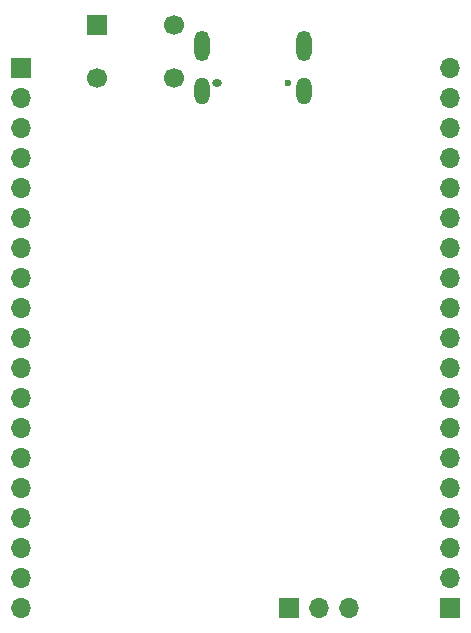
<source format=gbr>
%TF.GenerationSoftware,KiCad,Pcbnew,(6.0.7)*%
%TF.CreationDate,2023-07-30T21:01:36+08:00*%
%TF.ProjectId,RP2040 basic dev board,52503230-3430-4206-9261-736963206465,rev?*%
%TF.SameCoordinates,Original*%
%TF.FileFunction,Soldermask,Bot*%
%TF.FilePolarity,Negative*%
%FSLAX46Y46*%
G04 Gerber Fmt 4.6, Leading zero omitted, Abs format (unit mm)*
G04 Created by KiCad (PCBNEW (6.0.7)) date 2023-07-30 21:01:36*
%MOMM*%
%LPD*%
G01*
G04 APERTURE LIST*
%ADD10R,1.700000X1.700000*%
%ADD11O,1.700000X1.700000*%
%ADD12C,1.700000*%
%ADD13O,0.850000X0.600000*%
%ADD14C,0.600000*%
%ADD15O,1.300000X2.300000*%
%ADD16O,1.300000X2.600000*%
G04 APERTURE END LIST*
D10*
%TO.C,J1*%
X198175000Y-115375000D03*
D11*
X200715000Y-115375000D03*
X203255000Y-115375000D03*
%TD*%
D10*
%TO.C,J3*%
X211800000Y-115400000D03*
D11*
X211800000Y-112860000D03*
X211800000Y-110320000D03*
X211800000Y-107780000D03*
X211800000Y-105240000D03*
X211800000Y-102700000D03*
X211800000Y-100160000D03*
X211800000Y-97620000D03*
X211800000Y-95080000D03*
X211800000Y-92540000D03*
X211800000Y-90000000D03*
X211800000Y-87460000D03*
X211800000Y-84920000D03*
X211800000Y-82380000D03*
X211800000Y-79840000D03*
X211800000Y-77300000D03*
X211800000Y-74760000D03*
X211800000Y-72220000D03*
X211800000Y-69680000D03*
%TD*%
D12*
%TO.C,SW1*%
X188450000Y-66050000D03*
D10*
X181950000Y-66050000D03*
D12*
X181950000Y-70550000D03*
X188450000Y-70550000D03*
%TD*%
D10*
%TO.C,J2*%
X175500000Y-69680000D03*
D11*
X175500000Y-72220000D03*
X175500000Y-74760000D03*
X175500000Y-77300000D03*
X175500000Y-79840000D03*
X175500000Y-82380000D03*
X175500000Y-84920000D03*
X175500000Y-87460000D03*
X175500000Y-90000000D03*
X175500000Y-92540000D03*
X175500000Y-95080000D03*
X175500000Y-97620000D03*
X175500000Y-100160000D03*
X175500000Y-102700000D03*
X175500000Y-105240000D03*
X175500000Y-107780000D03*
X175500000Y-110320000D03*
X175500000Y-112860000D03*
X175500000Y-115400000D03*
%TD*%
D13*
%TO.C,J4*%
X192100000Y-70950000D03*
D14*
X198100000Y-70950000D03*
D15*
X190780000Y-71675000D03*
X199420000Y-71675000D03*
D16*
X190780000Y-67850000D03*
X199420000Y-67850000D03*
%TD*%
M02*

</source>
